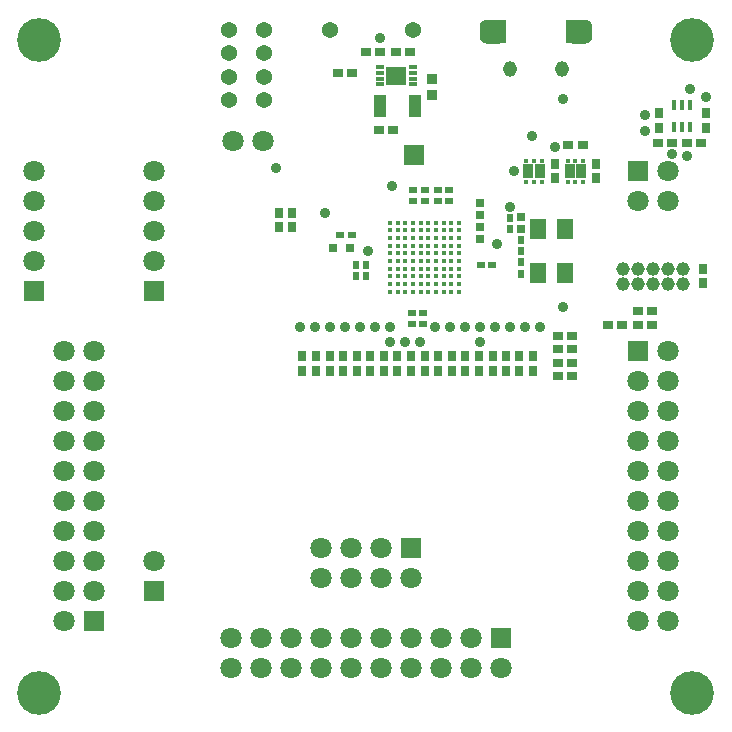
<source format=gbs>
G04 Layer_Color=16711935*
%FSLAX43Y43*%
%MOMM*%
G71*
G01*
G75*
%ADD54C,1.800*%
%ADD90R,0.750X0.600*%
%ADD102R,0.800X0.800*%
%ADD103R,0.650X0.700*%
%ADD104R,0.750X0.900*%
%ADD105R,0.600X0.750*%
%ADD107R,0.900X0.750*%
%ADD112C,1.150*%
%ADD113R,1.800X1.800*%
%ADD114R,1.800X1.800*%
G04:AMPARAMS|DCode=115|XSize=1.15mm|YSize=1.35mm|CornerRadius=0.575mm|HoleSize=0mm|Usage=FLASHONLY|Rotation=180.000|XOffset=0mm|YOffset=0mm|HoleType=Round|Shape=RoundedRectangle|*
%AMROUNDEDRECTD115*
21,1,1.150,0.200,0,0,180.0*
21,1,0.000,1.350,0,0,180.0*
1,1,1.150,0.000,0.100*
1,1,1.150,0.000,0.100*
1,1,1.150,0.000,-0.100*
1,1,1.150,0.000,-0.100*
%
%ADD115ROUNDEDRECTD115*%
G04:AMPARAMS|DCode=116|XSize=2.2mm|YSize=2mm|CornerRadius=0.544mm|HoleSize=0mm|Usage=FLASHONLY|Rotation=180.000|XOffset=0mm|YOffset=0mm|HoleType=Round|Shape=RoundedRectangle|*
%AMROUNDEDRECTD116*
21,1,2.200,0.912,0,0,180.0*
21,1,1.112,2.000,0,0,180.0*
1,1,1.088,-0.556,0.456*
1,1,1.088,0.556,0.456*
1,1,1.088,0.556,-0.456*
1,1,1.088,-0.556,-0.456*
%
%ADD116ROUNDEDRECTD116*%
%ADD117C,3.700*%
%ADD118R,1.400X1.700*%
%ADD119C,0.900*%
%ADD120C,1.370*%
%ADD121R,1.700X1.600*%
%ADD122R,0.700X0.350*%
%ADD123C,0.380*%
%ADD124R,0.820X1.150*%
%ADD125R,0.450X0.400*%
%ADD126R,0.450X0.950*%
%ADD127R,0.862X0.862*%
%ADD128R,1.050X1.850*%
G36*
X-11398Y-675D02*
X-11396Y-675D01*
X-11348Y-679D01*
X-11347Y-679D01*
X-11345Y-679D01*
X-11292Y-686D01*
X-11289Y-687D01*
X-11285Y-688D01*
X-11232Y-703D01*
X-11230Y-703D01*
X-11228Y-704D01*
X-11185Y-720D01*
X-11183Y-721D01*
X-11181Y-722D01*
X-11139Y-742D01*
X-11137Y-743D01*
X-11134Y-745D01*
X-11090Y-773D01*
X-11088Y-774D01*
X-11087Y-775D01*
X-11049Y-804D01*
X-11047Y-805D01*
X-11046Y-806D01*
X-11007Y-840D01*
X-11004Y-843D01*
X-11001Y-846D01*
X-10972Y-882D01*
X-10971Y-883D01*
X-10971Y-884D01*
X-10943Y-921D01*
X-10941Y-923D01*
X-10940Y-926D01*
X-10916Y-967D01*
X-10915Y-969D01*
X-10914Y-970D01*
X-10894Y-1012D01*
X-10893Y-1014D01*
X-10892Y-1016D01*
X-10876Y-1058D01*
X-10875Y-1061D01*
X-10874Y-1064D01*
X-10862Y-1115D01*
X-10862Y-1117D01*
X-10861Y-1119D01*
X-10854Y-1164D01*
X-10854Y-1166D01*
X-10854Y-1168D01*
X-10850Y-1221D01*
X-10850Y-1223D01*
X-10850Y-1225D01*
Y-2125D01*
X-10850Y-2127D01*
X-10850Y-2129D01*
X-10854Y-2184D01*
X-10854Y-2186D01*
X-10855Y-2189D01*
X-10863Y-2234D01*
X-10863Y-2235D01*
X-10863Y-2237D01*
X-10875Y-2287D01*
X-10876Y-2290D01*
X-10877Y-2294D01*
X-10893Y-2334D01*
X-10906Y-2366D01*
X-10908Y-2370D01*
X-10910Y-2373D01*
X-10935Y-2416D01*
X-10936Y-2418D01*
X-10937Y-2420D01*
X-10963Y-2457D01*
X-10964Y-2458D01*
X-10965Y-2460D01*
X-10996Y-2498D01*
X-10999Y-2500D01*
X-11001Y-2503D01*
X-11046Y-2544D01*
X-11048Y-2546D01*
X-11050Y-2547D01*
X-11090Y-2577D01*
X-11092Y-2578D01*
X-11093Y-2579D01*
X-11139Y-2609D01*
X-11142Y-2610D01*
X-11145Y-2612D01*
X-11198Y-2636D01*
X-11201Y-2637D01*
X-11205Y-2638D01*
X-11292Y-2664D01*
X-11297Y-2665D01*
X-11301Y-2666D01*
X-11301Y-2666D01*
X-11301Y-2666D01*
X-11301D01*
X-11395Y-2675D01*
X-11398Y-2675D01*
X-11400Y-2675D01*
X-13000D01*
X-13010Y-2674D01*
X-13019Y-2671D01*
X-13028Y-2667D01*
X-13036Y-2661D01*
X-13042Y-2653D01*
X-13046Y-2644D01*
X-13049Y-2635D01*
X-13050Y-2625D01*
Y-725D01*
X-13049Y-715D01*
X-13046Y-706D01*
X-13042Y-697D01*
X-13036Y-689D01*
X-13028Y-683D01*
X-13019Y-679D01*
X-13010Y-676D01*
X-13000Y-675D01*
X-11400D01*
X-11398Y-675D01*
D02*
G37*
G36*
X-18190Y-676D02*
X-18181Y-679D01*
X-18172Y-683D01*
X-18164Y-689D01*
X-18158Y-697D01*
X-18154Y-706D01*
X-18151Y-715D01*
X-18150Y-725D01*
Y-2625D01*
X-18151Y-2635D01*
X-18154Y-2644D01*
X-18158Y-2653D01*
X-18164Y-2661D01*
X-18172Y-2667D01*
X-18181Y-2671D01*
X-18190Y-2674D01*
X-18200Y-2675D01*
X-19800D01*
X-19802Y-2675D01*
X-19804Y-2675D01*
X-19852Y-2671D01*
X-19853Y-2671D01*
X-19855Y-2671D01*
X-19908Y-2664D01*
X-19911Y-2663D01*
X-19915Y-2662D01*
X-19968Y-2647D01*
X-19970Y-2647D01*
X-19972Y-2646D01*
X-20015Y-2630D01*
X-20017Y-2629D01*
X-20019Y-2628D01*
X-20061Y-2608D01*
X-20063Y-2607D01*
X-20066Y-2605D01*
X-20110Y-2577D01*
X-20112Y-2576D01*
X-20113Y-2575D01*
X-20151Y-2546D01*
X-20153Y-2545D01*
X-20154Y-2544D01*
X-20193Y-2510D01*
X-20196Y-2507D01*
X-20199Y-2504D01*
X-20228Y-2468D01*
X-20229Y-2467D01*
X-20229Y-2466D01*
X-20257Y-2429D01*
X-20259Y-2427D01*
X-20260Y-2424D01*
X-20284Y-2383D01*
X-20285Y-2381D01*
X-20286Y-2380D01*
X-20306Y-2338D01*
X-20307Y-2336D01*
X-20308Y-2334D01*
X-20324Y-2292D01*
X-20325Y-2289D01*
X-20326Y-2286D01*
X-20338Y-2235D01*
X-20338Y-2233D01*
X-20339Y-2231D01*
X-20346Y-2186D01*
X-20346Y-2184D01*
X-20346Y-2182D01*
X-20350Y-2129D01*
X-20350Y-2127D01*
X-20350Y-2125D01*
Y-1225D01*
X-20350Y-1223D01*
X-20350Y-1221D01*
X-20346Y-1166D01*
X-20346Y-1164D01*
X-20345Y-1161D01*
X-20337Y-1116D01*
X-20337Y-1115D01*
X-20337Y-1113D01*
X-20325Y-1063D01*
X-20324Y-1060D01*
X-20323Y-1056D01*
X-20307Y-1016D01*
X-20294Y-984D01*
X-20292Y-980D01*
X-20290Y-977D01*
X-20265Y-934D01*
X-20264Y-932D01*
X-20263Y-930D01*
X-20237Y-893D01*
X-20236Y-892D01*
X-20235Y-890D01*
X-20204Y-852D01*
X-20201Y-850D01*
X-20199Y-847D01*
X-20154Y-806D01*
X-20152Y-804D01*
X-20150Y-803D01*
X-20110Y-773D01*
X-20108Y-772D01*
X-20107Y-771D01*
X-20061Y-742D01*
X-20058Y-740D01*
X-20055Y-738D01*
X-20002Y-714D01*
X-19999Y-713D01*
X-19995Y-712D01*
X-19908Y-686D01*
X-19903Y-685D01*
X-19899Y-684D01*
X-19899Y-684D01*
X-19899Y-684D01*
X-19899D01*
X-19805Y-675D01*
X-19802Y-675D01*
X-19800Y-675D01*
X-18200D01*
X-18190Y-676D01*
D02*
G37*
D54*
X-33810Y-47950D02*
D03*
X-31270D02*
D03*
X-28730D02*
D03*
X-26190D02*
D03*
X-33810Y-45410D02*
D03*
X-31270D02*
D03*
X-28730D02*
D03*
X-58130Y-13490D02*
D03*
Y-16030D02*
D03*
Y-18570D02*
D03*
Y-21110D02*
D03*
X-4430Y-51590D02*
D03*
X-6970Y-41430D02*
D03*
X-4430D02*
D03*
Y-43970D02*
D03*
X-6970D02*
D03*
X-4430Y-46510D02*
D03*
X-6970D02*
D03*
X-4430Y-49050D02*
D03*
X-6970D02*
D03*
Y-51590D02*
D03*
Y-38890D02*
D03*
Y-36350D02*
D03*
X-4430D02*
D03*
X-6970Y-33810D02*
D03*
X-4430D02*
D03*
X-6970Y-31270D02*
D03*
X-4430D02*
D03*
Y-28730D02*
D03*
Y-38890D02*
D03*
X-38730Y-10950D02*
D03*
X-41270D02*
D03*
X-47970Y-21110D02*
D03*
Y-18570D02*
D03*
Y-16030D02*
D03*
Y-13490D02*
D03*
X-55570Y-41430D02*
D03*
Y-51590D02*
D03*
Y-49050D02*
D03*
X-53030D02*
D03*
X-55570Y-46510D02*
D03*
X-53030D02*
D03*
X-55570Y-43970D02*
D03*
X-53030D02*
D03*
Y-41430D02*
D03*
Y-28730D02*
D03*
Y-31270D02*
D03*
X-55570D02*
D03*
X-53030Y-33810D02*
D03*
X-55570D02*
D03*
X-53030Y-36350D02*
D03*
X-55570D02*
D03*
Y-38890D02*
D03*
X-53030D02*
D03*
X-55570Y-28730D02*
D03*
X-28730Y-55570D02*
D03*
X-18570D02*
D03*
X-21110D02*
D03*
Y-53030D02*
D03*
X-23650Y-55570D02*
D03*
Y-53030D02*
D03*
X-26190Y-55570D02*
D03*
Y-53030D02*
D03*
X-28730D02*
D03*
X-41430D02*
D03*
X-38890D02*
D03*
Y-55570D02*
D03*
X-36350Y-53030D02*
D03*
Y-55570D02*
D03*
X-33810Y-53030D02*
D03*
Y-55570D02*
D03*
X-31270D02*
D03*
Y-53030D02*
D03*
X-41430Y-55570D02*
D03*
X-47950Y-46510D02*
D03*
X-6970Y-16030D02*
D03*
X-4430D02*
D03*
Y-13490D02*
D03*
D90*
X-25175Y-26400D02*
D03*
X-26125D02*
D03*
X-25175Y-25500D02*
D03*
X-26125D02*
D03*
X-19325Y-21425D02*
D03*
X-20275D02*
D03*
X-32150Y-18900D02*
D03*
X-31200D02*
D03*
X-22925Y-16000D02*
D03*
X-23875D02*
D03*
X-22925Y-15100D02*
D03*
X-23875D02*
D03*
X-25975D02*
D03*
X-25025D02*
D03*
X-25975Y-16000D02*
D03*
X-25025D02*
D03*
D102*
X-31375Y-20000D02*
D03*
X-32775D02*
D03*
D103*
X-16900Y-18400D02*
D03*
Y-17400D02*
D03*
X-20300Y-18200D02*
D03*
Y-19200D02*
D03*
Y-17200D02*
D03*
Y-16200D02*
D03*
D104*
X-20425Y-29175D02*
D03*
Y-30375D02*
D03*
X-21575Y-29175D02*
D03*
Y-30375D02*
D03*
X-22725Y-29175D02*
D03*
Y-30375D02*
D03*
X-23875Y-29175D02*
D03*
Y-30375D02*
D03*
X-25025Y-29175D02*
D03*
Y-30375D02*
D03*
X-36225Y-18225D02*
D03*
Y-17025D02*
D03*
X-37375Y-17025D02*
D03*
Y-18225D02*
D03*
X-14000Y-14100D02*
D03*
Y-12900D02*
D03*
X-31925Y-29175D02*
D03*
Y-30375D02*
D03*
X-29625Y-30375D02*
D03*
Y-29175D02*
D03*
X-10500Y-12900D02*
D03*
Y-14100D02*
D03*
X-1200Y-8600D02*
D03*
Y-9800D02*
D03*
X-5200Y-9800D02*
D03*
Y-8600D02*
D03*
X-28475Y-30375D02*
D03*
Y-29175D02*
D03*
X-27325Y-30375D02*
D03*
Y-29175D02*
D03*
X-30775Y-30375D02*
D03*
Y-29175D02*
D03*
X-34225Y-30375D02*
D03*
Y-29175D02*
D03*
X-33075Y-30375D02*
D03*
Y-29175D02*
D03*
X-35375Y-30375D02*
D03*
Y-29175D02*
D03*
X-1450Y-21775D02*
D03*
Y-22975D02*
D03*
X-26175Y-30375D02*
D03*
Y-29175D02*
D03*
X-19275Y-29175D02*
D03*
Y-30375D02*
D03*
X-18150Y-29175D02*
D03*
Y-30375D02*
D03*
X-15850Y-29175D02*
D03*
Y-30375D02*
D03*
X-17000Y-29175D02*
D03*
Y-30375D02*
D03*
D105*
X-16900Y-20275D02*
D03*
Y-19325D02*
D03*
X-30875Y-22375D02*
D03*
Y-21425D02*
D03*
X-30000Y-22375D02*
D03*
Y-21425D02*
D03*
X-17800Y-18375D02*
D03*
Y-17425D02*
D03*
X-16900Y-21225D02*
D03*
Y-22175D02*
D03*
D107*
X-11650Y-11275D02*
D03*
X-12850D02*
D03*
X-26275Y-3400D02*
D03*
X-27475D02*
D03*
X-31200Y-5150D02*
D03*
X-32400D02*
D03*
X-28900Y-10025D02*
D03*
X-27700D02*
D03*
X-5800Y-26500D02*
D03*
X-7000D02*
D03*
X-9500D02*
D03*
X-8300D02*
D03*
X-7000Y-25350D02*
D03*
X-5800D02*
D03*
X-2800Y-11100D02*
D03*
X-1600D02*
D03*
X-5300D02*
D03*
X-4100D02*
D03*
X-28800Y-3400D02*
D03*
X-30000D02*
D03*
X-13750Y-27425D02*
D03*
X-12550D02*
D03*
X-13750Y-28550D02*
D03*
X-12550D02*
D03*
X-13750Y-29700D02*
D03*
X-12550D02*
D03*
X-13750Y-30850D02*
D03*
X-12550D02*
D03*
D112*
X-8240Y-21740D02*
D03*
Y-23010D02*
D03*
X-3160D02*
D03*
X-4430D02*
D03*
X-5700D02*
D03*
X-6970D02*
D03*
Y-21740D02*
D03*
X-5700D02*
D03*
X-4430D02*
D03*
X-3160D02*
D03*
D113*
X-25925Y-12125D02*
D03*
X-58130Y-23650D02*
D03*
X-6970Y-28730D02*
D03*
X-47970Y-23650D02*
D03*
X-53030Y-51590D02*
D03*
X-47950Y-49050D02*
D03*
X-6970Y-13490D02*
D03*
D114*
X-26190Y-45410D02*
D03*
X-18570Y-53030D02*
D03*
D115*
X-13375Y-4800D02*
D03*
X-17825D02*
D03*
D116*
X-19250Y-1675D02*
D03*
X-11950D02*
D03*
D117*
X-2350Y-2350D02*
D03*
X-57650D02*
D03*
X-2350Y-57650D02*
D03*
X-57650D02*
D03*
D118*
X-13100Y-22150D02*
D03*
Y-18350D02*
D03*
X-15400D02*
D03*
Y-22150D02*
D03*
D119*
X-27800Y-14775D02*
D03*
X-17475Y-13500D02*
D03*
X-35560Y-26670D02*
D03*
X-34290D02*
D03*
X-33020D02*
D03*
X-31750D02*
D03*
X-15925Y-10500D02*
D03*
X-26670Y-27940D02*
D03*
X-18900Y-19650D02*
D03*
X-4100Y-12025D02*
D03*
X-2575Y-6550D02*
D03*
X-28800Y-2225D02*
D03*
X-24130Y-26670D02*
D03*
X-37575Y-13200D02*
D03*
X-30480Y-26670D02*
D03*
X-29210D02*
D03*
X-13970Y-11430D02*
D03*
X-17780Y-16510D02*
D03*
X-25400Y-27940D02*
D03*
X-27940Y-26670D02*
D03*
X-22860D02*
D03*
X-21590D02*
D03*
X-20320D02*
D03*
X-19050D02*
D03*
X-17780D02*
D03*
X-16510D02*
D03*
X-15240D02*
D03*
X-20320Y-27940D02*
D03*
X-13300Y-24975D02*
D03*
X-27940Y-27940D02*
D03*
X-13275Y-7400D02*
D03*
X-1200Y-7250D02*
D03*
X-6350Y-8750D02*
D03*
Y-10050D02*
D03*
X-2800Y-12250D02*
D03*
X-29850Y-20250D02*
D03*
X-33425Y-17025D02*
D03*
D120*
X-33000Y-1500D02*
D03*
X-38600Y-7500D02*
D03*
X-26000Y-1500D02*
D03*
X-41600D02*
D03*
X-38600D02*
D03*
X-41600Y-3500D02*
D03*
Y-5500D02*
D03*
X-38600D02*
D03*
X-41600Y-7500D02*
D03*
X-38600Y-3500D02*
D03*
D121*
X-27425Y-5400D02*
D03*
D122*
X-26025Y-4650D02*
D03*
Y-5150D02*
D03*
Y-6150D02*
D03*
Y-5650D02*
D03*
X-28825D02*
D03*
Y-6150D02*
D03*
Y-5150D02*
D03*
Y-4650D02*
D03*
D123*
X-27950Y-17850D02*
D03*
X-27300D02*
D03*
X-26650D02*
D03*
X-26000D02*
D03*
X-25350D02*
D03*
X-24700D02*
D03*
X-24050D02*
D03*
X-23400D02*
D03*
X-22750D02*
D03*
X-22100D02*
D03*
X-27950Y-18500D02*
D03*
X-27300D02*
D03*
X-26650D02*
D03*
X-26000D02*
D03*
X-25350D02*
D03*
X-24700D02*
D03*
X-24050D02*
D03*
X-23400D02*
D03*
X-22750D02*
D03*
X-22100D02*
D03*
X-27950Y-19150D02*
D03*
X-27300D02*
D03*
X-26650D02*
D03*
X-26000D02*
D03*
X-25350D02*
D03*
X-24700D02*
D03*
X-24050D02*
D03*
X-23400D02*
D03*
X-22750D02*
D03*
X-27950Y-19800D02*
D03*
X-27300D02*
D03*
X-26650D02*
D03*
X-26000D02*
D03*
X-25350D02*
D03*
X-24700D02*
D03*
X-24050D02*
D03*
X-23400D02*
D03*
X-22750D02*
D03*
X-27950Y-20450D02*
D03*
X-27300D02*
D03*
X-26650D02*
D03*
X-26000D02*
D03*
X-25350D02*
D03*
X-24700D02*
D03*
X-24050D02*
D03*
X-23400D02*
D03*
X-22750D02*
D03*
X-27950Y-21750D02*
D03*
X-27300D02*
D03*
X-26650D02*
D03*
X-26000D02*
D03*
X-25350D02*
D03*
X-24700D02*
D03*
X-24050D02*
D03*
X-23400D02*
D03*
X-22750D02*
D03*
X-27950Y-22400D02*
D03*
X-27300D02*
D03*
X-26650D02*
D03*
X-26000D02*
D03*
X-25350D02*
D03*
X-24700D02*
D03*
X-24050D02*
D03*
X-23400D02*
D03*
X-22750D02*
D03*
X-27950Y-23050D02*
D03*
X-27300D02*
D03*
X-26650D02*
D03*
X-26000D02*
D03*
X-25350D02*
D03*
X-24700D02*
D03*
X-24050D02*
D03*
X-23400D02*
D03*
X-22750D02*
D03*
X-27950Y-23700D02*
D03*
X-27300D02*
D03*
X-26650D02*
D03*
X-26000D02*
D03*
X-25350D02*
D03*
X-24700D02*
D03*
X-24050D02*
D03*
X-23400D02*
D03*
X-22750D02*
D03*
X-27950Y-21100D02*
D03*
X-27300D02*
D03*
X-26650D02*
D03*
X-26000D02*
D03*
X-25350D02*
D03*
X-24700D02*
D03*
X-24050D02*
D03*
X-23400D02*
D03*
X-22750D02*
D03*
X-22100D02*
D03*
Y-19150D02*
D03*
Y-19800D02*
D03*
Y-20450D02*
D03*
Y-21750D02*
D03*
Y-22400D02*
D03*
Y-23050D02*
D03*
Y-23700D02*
D03*
D124*
X-11760Y-13500D02*
D03*
X-12740Y-13500D02*
D03*
X-16240Y-13500D02*
D03*
X-15260Y-13500D02*
D03*
D125*
X-12900Y-14375D02*
D03*
X-12250D02*
D03*
X-11600D02*
D03*
Y-12625D02*
D03*
X-12250D02*
D03*
X-12900D02*
D03*
X-15100D02*
D03*
X-15750D02*
D03*
X-16400D02*
D03*
Y-14375D02*
D03*
X-15750D02*
D03*
X-15100D02*
D03*
D126*
X-3875Y-7875D02*
D03*
X-3225D02*
D03*
X-2575D02*
D03*
Y-9725D02*
D03*
X-3225D02*
D03*
X-3875D02*
D03*
D127*
X-24425Y-7074D02*
D03*
Y-5676D02*
D03*
D128*
X-28825Y-7975D02*
D03*
X-25875D02*
D03*
M02*

</source>
